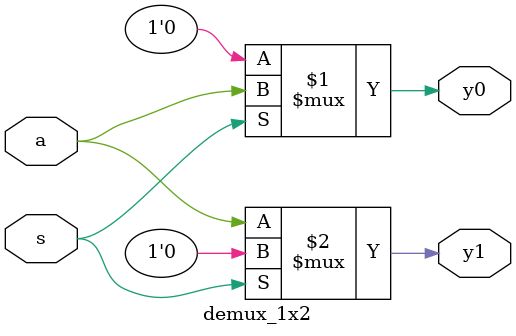
<source format=v>
module demux_1x2(a,s,y0,y1);
  input a,s;
  output y0,y1;
  assign y0=s?a:1'b0;
  assign y1=s?1'b0:a;
endmodule

</source>
